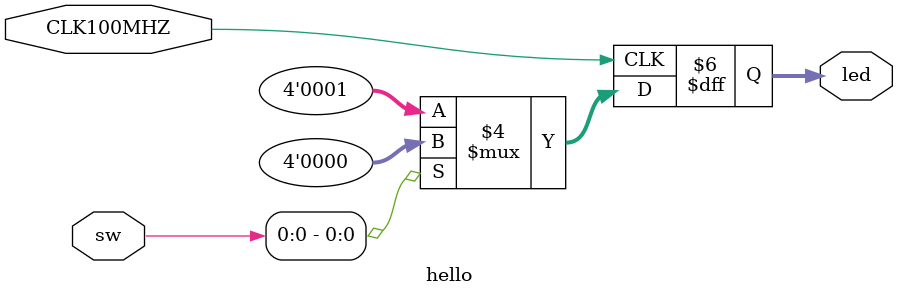
<source format=sv>
`timescale 1ns / 1ps

module hello(
    input logic CLK100MHZ,
    input logic [3:0] sw,
    output logic [3:0] led
);

always @(posedge CLK100MHZ)
begin
    if(sw[0] == 0)
    begin
        led <= 4'b0001;
    end
    else
    begin
        led <= 4'b0000;
    end
end

endmodule

</source>
